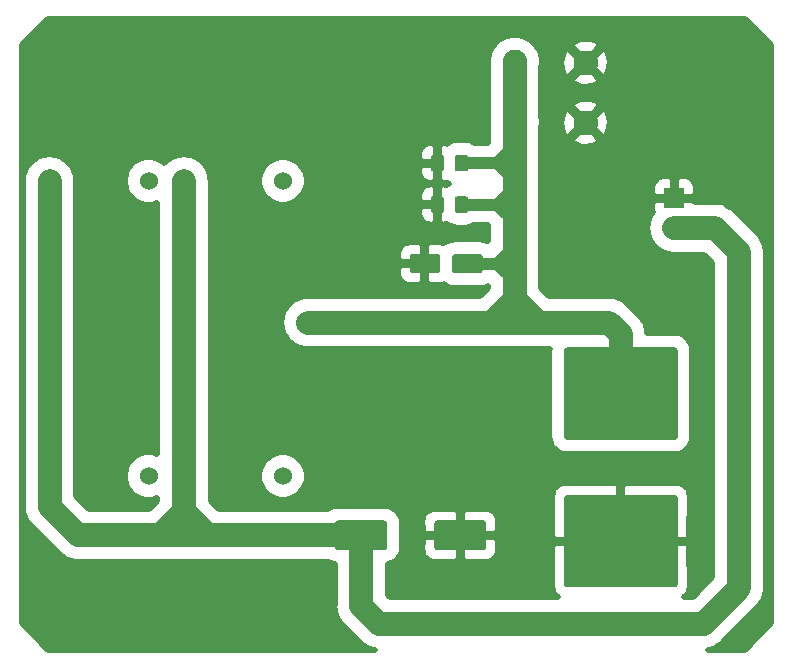
<source format=gbr>
G04 #@! TF.GenerationSoftware,KiCad,Pcbnew,(5.1.5)-3*
G04 #@! TF.CreationDate,2020-03-21T22:09:17-04:00*
G04 #@! TF.ProjectId,GP PSU Filter,47502050-5355-4204-9669-6c7465722e6b,rev?*
G04 #@! TF.SameCoordinates,Original*
G04 #@! TF.FileFunction,Copper,L1,Top*
G04 #@! TF.FilePolarity,Positive*
%FSLAX46Y46*%
G04 Gerber Fmt 4.6, Leading zero omitted, Abs format (unit mm)*
G04 Created by KiCad (PCBNEW (5.1.5)-3) date 2020-03-21 22:09:17*
%MOMM*%
%LPD*%
G04 APERTURE LIST*
%ADD10C,1.524000*%
%ADD11C,2.082800*%
%ADD12O,1.700000X1.700000*%
%ADD13R,1.700000X1.700000*%
%ADD14C,0.100000*%
%ADD15C,2.000000*%
%ADD16C,2.000000*%
%ADD17C,1.000000*%
%ADD18C,0.500000*%
G04 APERTURE END LIST*
D10*
X112000000Y-100000000D03*
X120382000Y-100000000D03*
X112000000Y-75000000D03*
X120382000Y-75000000D03*
X100618000Y-100000000D03*
X109000000Y-100000000D03*
X100618000Y-75000000D03*
X109000000Y-75000000D03*
D11*
X146000000Y-70080000D03*
X146000000Y-65000000D03*
X140000000Y-64920000D03*
X140000000Y-70000000D03*
D12*
X153500000Y-79000000D03*
D13*
X153500000Y-76460000D03*
G04 #@! TA.AperFunction,SMDPad,CuDef*
D14*
G36*
X153574507Y-101601204D02*
G01*
X153598775Y-101604804D01*
X153622573Y-101610765D01*
X153645673Y-101619030D01*
X153667851Y-101629519D01*
X153688894Y-101642132D01*
X153708599Y-101656747D01*
X153726778Y-101673222D01*
X153743253Y-101691401D01*
X153757868Y-101711106D01*
X153770481Y-101732149D01*
X153780970Y-101754327D01*
X153789235Y-101777427D01*
X153795196Y-101801225D01*
X153798796Y-101825493D01*
X153800000Y-101849997D01*
X153800000Y-109150003D01*
X153798796Y-109174507D01*
X153795196Y-109198775D01*
X153789235Y-109222573D01*
X153780970Y-109245673D01*
X153770481Y-109267851D01*
X153757868Y-109288894D01*
X153743253Y-109308599D01*
X153726778Y-109326778D01*
X153708599Y-109343253D01*
X153688894Y-109357868D01*
X153667851Y-109370481D01*
X153645673Y-109380970D01*
X153622573Y-109389235D01*
X153598775Y-109395196D01*
X153574507Y-109398796D01*
X153550003Y-109400000D01*
X144449997Y-109400000D01*
X144425493Y-109398796D01*
X144401225Y-109395196D01*
X144377427Y-109389235D01*
X144354327Y-109380970D01*
X144332149Y-109370481D01*
X144311106Y-109357868D01*
X144291401Y-109343253D01*
X144273222Y-109326778D01*
X144256747Y-109308599D01*
X144242132Y-109288894D01*
X144229519Y-109267851D01*
X144219030Y-109245673D01*
X144210765Y-109222573D01*
X144204804Y-109198775D01*
X144201204Y-109174507D01*
X144200000Y-109150003D01*
X144200000Y-101849997D01*
X144201204Y-101825493D01*
X144204804Y-101801225D01*
X144210765Y-101777427D01*
X144219030Y-101754327D01*
X144229519Y-101732149D01*
X144242132Y-101711106D01*
X144256747Y-101691401D01*
X144273222Y-101673222D01*
X144291401Y-101656747D01*
X144311106Y-101642132D01*
X144332149Y-101629519D01*
X144354327Y-101619030D01*
X144377427Y-101610765D01*
X144401225Y-101604804D01*
X144425493Y-101601204D01*
X144449997Y-101600000D01*
X153550003Y-101600000D01*
X153574507Y-101601204D01*
G37*
G04 #@! TD.AperFunction*
G04 #@! TA.AperFunction,SMDPad,CuDef*
G36*
X153574507Y-89101204D02*
G01*
X153598775Y-89104804D01*
X153622573Y-89110765D01*
X153645673Y-89119030D01*
X153667851Y-89129519D01*
X153688894Y-89142132D01*
X153708599Y-89156747D01*
X153726778Y-89173222D01*
X153743253Y-89191401D01*
X153757868Y-89211106D01*
X153770481Y-89232149D01*
X153780970Y-89254327D01*
X153789235Y-89277427D01*
X153795196Y-89301225D01*
X153798796Y-89325493D01*
X153800000Y-89349997D01*
X153800000Y-96650003D01*
X153798796Y-96674507D01*
X153795196Y-96698775D01*
X153789235Y-96722573D01*
X153780970Y-96745673D01*
X153770481Y-96767851D01*
X153757868Y-96788894D01*
X153743253Y-96808599D01*
X153726778Y-96826778D01*
X153708599Y-96843253D01*
X153688894Y-96857868D01*
X153667851Y-96870481D01*
X153645673Y-96880970D01*
X153622573Y-96889235D01*
X153598775Y-96895196D01*
X153574507Y-96898796D01*
X153550003Y-96900000D01*
X144449997Y-96900000D01*
X144425493Y-96898796D01*
X144401225Y-96895196D01*
X144377427Y-96889235D01*
X144354327Y-96880970D01*
X144332149Y-96870481D01*
X144311106Y-96857868D01*
X144291401Y-96843253D01*
X144273222Y-96826778D01*
X144256747Y-96808599D01*
X144242132Y-96788894D01*
X144229519Y-96767851D01*
X144219030Y-96745673D01*
X144210765Y-96722573D01*
X144204804Y-96698775D01*
X144201204Y-96674507D01*
X144200000Y-96650003D01*
X144200000Y-89349997D01*
X144201204Y-89325493D01*
X144204804Y-89301225D01*
X144210765Y-89277427D01*
X144219030Y-89254327D01*
X144229519Y-89232149D01*
X144242132Y-89211106D01*
X144256747Y-89191401D01*
X144273222Y-89173222D01*
X144291401Y-89156747D01*
X144311106Y-89142132D01*
X144332149Y-89129519D01*
X144354327Y-89119030D01*
X144377427Y-89110765D01*
X144401225Y-89104804D01*
X144425493Y-89101204D01*
X144449997Y-89100000D01*
X153550003Y-89100000D01*
X153574507Y-89101204D01*
G37*
G04 #@! TD.AperFunction*
G04 #@! TA.AperFunction,SMDPad,CuDef*
G36*
X133474504Y-81201204D02*
G01*
X133498773Y-81204804D01*
X133522571Y-81210765D01*
X133545671Y-81219030D01*
X133567849Y-81229520D01*
X133588893Y-81242133D01*
X133608598Y-81256747D01*
X133626777Y-81273223D01*
X133643253Y-81291402D01*
X133657867Y-81311107D01*
X133670480Y-81332151D01*
X133680970Y-81354329D01*
X133689235Y-81377429D01*
X133695196Y-81401227D01*
X133698796Y-81425496D01*
X133700000Y-81450000D01*
X133700000Y-82550000D01*
X133698796Y-82574504D01*
X133695196Y-82598773D01*
X133689235Y-82622571D01*
X133680970Y-82645671D01*
X133670480Y-82667849D01*
X133657867Y-82688893D01*
X133643253Y-82708598D01*
X133626777Y-82726777D01*
X133608598Y-82743253D01*
X133588893Y-82757867D01*
X133567849Y-82770480D01*
X133545671Y-82780970D01*
X133522571Y-82789235D01*
X133498773Y-82795196D01*
X133474504Y-82798796D01*
X133450000Y-82800000D01*
X131350000Y-82800000D01*
X131325496Y-82798796D01*
X131301227Y-82795196D01*
X131277429Y-82789235D01*
X131254329Y-82780970D01*
X131232151Y-82770480D01*
X131211107Y-82757867D01*
X131191402Y-82743253D01*
X131173223Y-82726777D01*
X131156747Y-82708598D01*
X131142133Y-82688893D01*
X131129520Y-82667849D01*
X131119030Y-82645671D01*
X131110765Y-82622571D01*
X131104804Y-82598773D01*
X131101204Y-82574504D01*
X131100000Y-82550000D01*
X131100000Y-81450000D01*
X131101204Y-81425496D01*
X131104804Y-81401227D01*
X131110765Y-81377429D01*
X131119030Y-81354329D01*
X131129520Y-81332151D01*
X131142133Y-81311107D01*
X131156747Y-81291402D01*
X131173223Y-81273223D01*
X131191402Y-81256747D01*
X131211107Y-81242133D01*
X131232151Y-81229520D01*
X131254329Y-81219030D01*
X131277429Y-81210765D01*
X131301227Y-81204804D01*
X131325496Y-81201204D01*
X131350000Y-81200000D01*
X133450000Y-81200000D01*
X133474504Y-81201204D01*
G37*
G04 #@! TD.AperFunction*
G04 #@! TA.AperFunction,SMDPad,CuDef*
G36*
X137074504Y-81201204D02*
G01*
X137098773Y-81204804D01*
X137122571Y-81210765D01*
X137145671Y-81219030D01*
X137167849Y-81229520D01*
X137188893Y-81242133D01*
X137208598Y-81256747D01*
X137226777Y-81273223D01*
X137243253Y-81291402D01*
X137257867Y-81311107D01*
X137270480Y-81332151D01*
X137280970Y-81354329D01*
X137289235Y-81377429D01*
X137295196Y-81401227D01*
X137298796Y-81425496D01*
X137300000Y-81450000D01*
X137300000Y-82550000D01*
X137298796Y-82574504D01*
X137295196Y-82598773D01*
X137289235Y-82622571D01*
X137280970Y-82645671D01*
X137270480Y-82667849D01*
X137257867Y-82688893D01*
X137243253Y-82708598D01*
X137226777Y-82726777D01*
X137208598Y-82743253D01*
X137188893Y-82757867D01*
X137167849Y-82770480D01*
X137145671Y-82780970D01*
X137122571Y-82789235D01*
X137098773Y-82795196D01*
X137074504Y-82798796D01*
X137050000Y-82800000D01*
X134950000Y-82800000D01*
X134925496Y-82798796D01*
X134901227Y-82795196D01*
X134877429Y-82789235D01*
X134854329Y-82780970D01*
X134832151Y-82770480D01*
X134811107Y-82757867D01*
X134791402Y-82743253D01*
X134773223Y-82726777D01*
X134756747Y-82708598D01*
X134742133Y-82688893D01*
X134729520Y-82667849D01*
X134719030Y-82645671D01*
X134710765Y-82622571D01*
X134704804Y-82598773D01*
X134701204Y-82574504D01*
X134700000Y-82550000D01*
X134700000Y-81450000D01*
X134701204Y-81425496D01*
X134704804Y-81401227D01*
X134710765Y-81377429D01*
X134719030Y-81354329D01*
X134729520Y-81332151D01*
X134742133Y-81311107D01*
X134756747Y-81291402D01*
X134773223Y-81273223D01*
X134791402Y-81256747D01*
X134811107Y-81242133D01*
X134832151Y-81229520D01*
X134854329Y-81219030D01*
X134877429Y-81210765D01*
X134901227Y-81204804D01*
X134925496Y-81201204D01*
X134950000Y-81200000D01*
X137050000Y-81200000D01*
X137074504Y-81201204D01*
G37*
G04 #@! TD.AperFunction*
G04 #@! TA.AperFunction,SMDPad,CuDef*
G36*
X133799505Y-72801204D02*
G01*
X133823773Y-72804804D01*
X133847572Y-72810765D01*
X133870671Y-72819030D01*
X133892850Y-72829520D01*
X133913893Y-72842132D01*
X133933599Y-72856747D01*
X133951777Y-72873223D01*
X133968253Y-72891401D01*
X133982868Y-72911107D01*
X133995480Y-72932150D01*
X134005970Y-72954329D01*
X134014235Y-72977428D01*
X134020196Y-73001227D01*
X134023796Y-73025495D01*
X134025000Y-73049999D01*
X134025000Y-73950001D01*
X134023796Y-73974505D01*
X134020196Y-73998773D01*
X134014235Y-74022572D01*
X134005970Y-74045671D01*
X133995480Y-74067850D01*
X133982868Y-74088893D01*
X133968253Y-74108599D01*
X133951777Y-74126777D01*
X133933599Y-74143253D01*
X133913893Y-74157868D01*
X133892850Y-74170480D01*
X133870671Y-74180970D01*
X133847572Y-74189235D01*
X133823773Y-74195196D01*
X133799505Y-74198796D01*
X133775001Y-74200000D01*
X133124999Y-74200000D01*
X133100495Y-74198796D01*
X133076227Y-74195196D01*
X133052428Y-74189235D01*
X133029329Y-74180970D01*
X133007150Y-74170480D01*
X132986107Y-74157868D01*
X132966401Y-74143253D01*
X132948223Y-74126777D01*
X132931747Y-74108599D01*
X132917132Y-74088893D01*
X132904520Y-74067850D01*
X132894030Y-74045671D01*
X132885765Y-74022572D01*
X132879804Y-73998773D01*
X132876204Y-73974505D01*
X132875000Y-73950001D01*
X132875000Y-73049999D01*
X132876204Y-73025495D01*
X132879804Y-73001227D01*
X132885765Y-72977428D01*
X132894030Y-72954329D01*
X132904520Y-72932150D01*
X132917132Y-72911107D01*
X132931747Y-72891401D01*
X132948223Y-72873223D01*
X132966401Y-72856747D01*
X132986107Y-72842132D01*
X133007150Y-72829520D01*
X133029329Y-72819030D01*
X133052428Y-72810765D01*
X133076227Y-72804804D01*
X133100495Y-72801204D01*
X133124999Y-72800000D01*
X133775001Y-72800000D01*
X133799505Y-72801204D01*
G37*
G04 #@! TD.AperFunction*
G04 #@! TA.AperFunction,SMDPad,CuDef*
G36*
X135849505Y-72801204D02*
G01*
X135873773Y-72804804D01*
X135897572Y-72810765D01*
X135920671Y-72819030D01*
X135942850Y-72829520D01*
X135963893Y-72842132D01*
X135983599Y-72856747D01*
X136001777Y-72873223D01*
X136018253Y-72891401D01*
X136032868Y-72911107D01*
X136045480Y-72932150D01*
X136055970Y-72954329D01*
X136064235Y-72977428D01*
X136070196Y-73001227D01*
X136073796Y-73025495D01*
X136075000Y-73049999D01*
X136075000Y-73950001D01*
X136073796Y-73974505D01*
X136070196Y-73998773D01*
X136064235Y-74022572D01*
X136055970Y-74045671D01*
X136045480Y-74067850D01*
X136032868Y-74088893D01*
X136018253Y-74108599D01*
X136001777Y-74126777D01*
X135983599Y-74143253D01*
X135963893Y-74157868D01*
X135942850Y-74170480D01*
X135920671Y-74180970D01*
X135897572Y-74189235D01*
X135873773Y-74195196D01*
X135849505Y-74198796D01*
X135825001Y-74200000D01*
X135174999Y-74200000D01*
X135150495Y-74198796D01*
X135126227Y-74195196D01*
X135102428Y-74189235D01*
X135079329Y-74180970D01*
X135057150Y-74170480D01*
X135036107Y-74157868D01*
X135016401Y-74143253D01*
X134998223Y-74126777D01*
X134981747Y-74108599D01*
X134967132Y-74088893D01*
X134954520Y-74067850D01*
X134944030Y-74045671D01*
X134935765Y-74022572D01*
X134929804Y-73998773D01*
X134926204Y-73974505D01*
X134925000Y-73950001D01*
X134925000Y-73049999D01*
X134926204Y-73025495D01*
X134929804Y-73001227D01*
X134935765Y-72977428D01*
X134944030Y-72954329D01*
X134954520Y-72932150D01*
X134967132Y-72911107D01*
X134981747Y-72891401D01*
X134998223Y-72873223D01*
X135016401Y-72856747D01*
X135036107Y-72842132D01*
X135057150Y-72829520D01*
X135079329Y-72819030D01*
X135102428Y-72810765D01*
X135126227Y-72804804D01*
X135150495Y-72801204D01*
X135174999Y-72800000D01*
X135825001Y-72800000D01*
X135849505Y-72801204D01*
G37*
G04 #@! TD.AperFunction*
G04 #@! TA.AperFunction,SMDPad,CuDef*
G36*
X133799505Y-76301204D02*
G01*
X133823773Y-76304804D01*
X133847572Y-76310765D01*
X133870671Y-76319030D01*
X133892850Y-76329520D01*
X133913893Y-76342132D01*
X133933599Y-76356747D01*
X133951777Y-76373223D01*
X133968253Y-76391401D01*
X133982868Y-76411107D01*
X133995480Y-76432150D01*
X134005970Y-76454329D01*
X134014235Y-76477428D01*
X134020196Y-76501227D01*
X134023796Y-76525495D01*
X134025000Y-76549999D01*
X134025000Y-77450001D01*
X134023796Y-77474505D01*
X134020196Y-77498773D01*
X134014235Y-77522572D01*
X134005970Y-77545671D01*
X133995480Y-77567850D01*
X133982868Y-77588893D01*
X133968253Y-77608599D01*
X133951777Y-77626777D01*
X133933599Y-77643253D01*
X133913893Y-77657868D01*
X133892850Y-77670480D01*
X133870671Y-77680970D01*
X133847572Y-77689235D01*
X133823773Y-77695196D01*
X133799505Y-77698796D01*
X133775001Y-77700000D01*
X133124999Y-77700000D01*
X133100495Y-77698796D01*
X133076227Y-77695196D01*
X133052428Y-77689235D01*
X133029329Y-77680970D01*
X133007150Y-77670480D01*
X132986107Y-77657868D01*
X132966401Y-77643253D01*
X132948223Y-77626777D01*
X132931747Y-77608599D01*
X132917132Y-77588893D01*
X132904520Y-77567850D01*
X132894030Y-77545671D01*
X132885765Y-77522572D01*
X132879804Y-77498773D01*
X132876204Y-77474505D01*
X132875000Y-77450001D01*
X132875000Y-76549999D01*
X132876204Y-76525495D01*
X132879804Y-76501227D01*
X132885765Y-76477428D01*
X132894030Y-76454329D01*
X132904520Y-76432150D01*
X132917132Y-76411107D01*
X132931747Y-76391401D01*
X132948223Y-76373223D01*
X132966401Y-76356747D01*
X132986107Y-76342132D01*
X133007150Y-76329520D01*
X133029329Y-76319030D01*
X133052428Y-76310765D01*
X133076227Y-76304804D01*
X133100495Y-76301204D01*
X133124999Y-76300000D01*
X133775001Y-76300000D01*
X133799505Y-76301204D01*
G37*
G04 #@! TD.AperFunction*
G04 #@! TA.AperFunction,SMDPad,CuDef*
G36*
X135849505Y-76301204D02*
G01*
X135873773Y-76304804D01*
X135897572Y-76310765D01*
X135920671Y-76319030D01*
X135942850Y-76329520D01*
X135963893Y-76342132D01*
X135983599Y-76356747D01*
X136001777Y-76373223D01*
X136018253Y-76391401D01*
X136032868Y-76411107D01*
X136045480Y-76432150D01*
X136055970Y-76454329D01*
X136064235Y-76477428D01*
X136070196Y-76501227D01*
X136073796Y-76525495D01*
X136075000Y-76549999D01*
X136075000Y-77450001D01*
X136073796Y-77474505D01*
X136070196Y-77498773D01*
X136064235Y-77522572D01*
X136055970Y-77545671D01*
X136045480Y-77567850D01*
X136032868Y-77588893D01*
X136018253Y-77608599D01*
X136001777Y-77626777D01*
X135983599Y-77643253D01*
X135963893Y-77657868D01*
X135942850Y-77670480D01*
X135920671Y-77680970D01*
X135897572Y-77689235D01*
X135873773Y-77695196D01*
X135849505Y-77698796D01*
X135825001Y-77700000D01*
X135174999Y-77700000D01*
X135150495Y-77698796D01*
X135126227Y-77695196D01*
X135102428Y-77689235D01*
X135079329Y-77680970D01*
X135057150Y-77670480D01*
X135036107Y-77657868D01*
X135016401Y-77643253D01*
X134998223Y-77626777D01*
X134981747Y-77608599D01*
X134967132Y-77588893D01*
X134954520Y-77567850D01*
X134944030Y-77545671D01*
X134935765Y-77522572D01*
X134929804Y-77498773D01*
X134926204Y-77474505D01*
X134925000Y-77450001D01*
X134925000Y-76549999D01*
X134926204Y-76525495D01*
X134929804Y-76501227D01*
X134935765Y-76477428D01*
X134944030Y-76454329D01*
X134954520Y-76432150D01*
X134967132Y-76411107D01*
X134981747Y-76391401D01*
X134998223Y-76373223D01*
X135016401Y-76356747D01*
X135036107Y-76342132D01*
X135057150Y-76329520D01*
X135079329Y-76319030D01*
X135102428Y-76310765D01*
X135126227Y-76304804D01*
X135150495Y-76301204D01*
X135174999Y-76300000D01*
X135825001Y-76300000D01*
X135849505Y-76301204D01*
G37*
G04 #@! TD.AperFunction*
G04 #@! TA.AperFunction,SMDPad,CuDef*
G36*
X137374504Y-103751204D02*
G01*
X137398773Y-103754804D01*
X137422571Y-103760765D01*
X137445671Y-103769030D01*
X137467849Y-103779520D01*
X137488893Y-103792133D01*
X137508598Y-103806747D01*
X137526777Y-103823223D01*
X137543253Y-103841402D01*
X137557867Y-103861107D01*
X137570480Y-103882151D01*
X137580970Y-103904329D01*
X137589235Y-103927429D01*
X137595196Y-103951227D01*
X137598796Y-103975496D01*
X137600000Y-104000000D01*
X137600000Y-106000000D01*
X137598796Y-106024504D01*
X137595196Y-106048773D01*
X137589235Y-106072571D01*
X137580970Y-106095671D01*
X137570480Y-106117849D01*
X137557867Y-106138893D01*
X137543253Y-106158598D01*
X137526777Y-106176777D01*
X137508598Y-106193253D01*
X137488893Y-106207867D01*
X137467849Y-106220480D01*
X137445671Y-106230970D01*
X137422571Y-106239235D01*
X137398773Y-106245196D01*
X137374504Y-106248796D01*
X137350000Y-106250000D01*
X133450000Y-106250000D01*
X133425496Y-106248796D01*
X133401227Y-106245196D01*
X133377429Y-106239235D01*
X133354329Y-106230970D01*
X133332151Y-106220480D01*
X133311107Y-106207867D01*
X133291402Y-106193253D01*
X133273223Y-106176777D01*
X133256747Y-106158598D01*
X133242133Y-106138893D01*
X133229520Y-106117849D01*
X133219030Y-106095671D01*
X133210765Y-106072571D01*
X133204804Y-106048773D01*
X133201204Y-106024504D01*
X133200000Y-106000000D01*
X133200000Y-104000000D01*
X133201204Y-103975496D01*
X133204804Y-103951227D01*
X133210765Y-103927429D01*
X133219030Y-103904329D01*
X133229520Y-103882151D01*
X133242133Y-103861107D01*
X133256747Y-103841402D01*
X133273223Y-103823223D01*
X133291402Y-103806747D01*
X133311107Y-103792133D01*
X133332151Y-103779520D01*
X133354329Y-103769030D01*
X133377429Y-103760765D01*
X133401227Y-103754804D01*
X133425496Y-103751204D01*
X133450000Y-103750000D01*
X137350000Y-103750000D01*
X137374504Y-103751204D01*
G37*
G04 #@! TD.AperFunction*
G04 #@! TA.AperFunction,SMDPad,CuDef*
G36*
X128974504Y-103751204D02*
G01*
X128998773Y-103754804D01*
X129022571Y-103760765D01*
X129045671Y-103769030D01*
X129067849Y-103779520D01*
X129088893Y-103792133D01*
X129108598Y-103806747D01*
X129126777Y-103823223D01*
X129143253Y-103841402D01*
X129157867Y-103861107D01*
X129170480Y-103882151D01*
X129180970Y-103904329D01*
X129189235Y-103927429D01*
X129195196Y-103951227D01*
X129198796Y-103975496D01*
X129200000Y-104000000D01*
X129200000Y-106000000D01*
X129198796Y-106024504D01*
X129195196Y-106048773D01*
X129189235Y-106072571D01*
X129180970Y-106095671D01*
X129170480Y-106117849D01*
X129157867Y-106138893D01*
X129143253Y-106158598D01*
X129126777Y-106176777D01*
X129108598Y-106193253D01*
X129088893Y-106207867D01*
X129067849Y-106220480D01*
X129045671Y-106230970D01*
X129022571Y-106239235D01*
X128998773Y-106245196D01*
X128974504Y-106248796D01*
X128950000Y-106250000D01*
X125050000Y-106250000D01*
X125025496Y-106248796D01*
X125001227Y-106245196D01*
X124977429Y-106239235D01*
X124954329Y-106230970D01*
X124932151Y-106220480D01*
X124911107Y-106207867D01*
X124891402Y-106193253D01*
X124873223Y-106176777D01*
X124856747Y-106158598D01*
X124842133Y-106138893D01*
X124829520Y-106117849D01*
X124819030Y-106095671D01*
X124810765Y-106072571D01*
X124804804Y-106048773D01*
X124801204Y-106024504D01*
X124800000Y-106000000D01*
X124800000Y-104000000D01*
X124801204Y-103975496D01*
X124804804Y-103951227D01*
X124810765Y-103927429D01*
X124819030Y-103904329D01*
X124829520Y-103882151D01*
X124842133Y-103861107D01*
X124856747Y-103841402D01*
X124873223Y-103823223D01*
X124891402Y-103806747D01*
X124911107Y-103792133D01*
X124932151Y-103779520D01*
X124954329Y-103769030D01*
X124977429Y-103760765D01*
X125001227Y-103754804D01*
X125025496Y-103751204D01*
X125050000Y-103750000D01*
X128950000Y-103750000D01*
X128974504Y-103751204D01*
G37*
G04 #@! TD.AperFunction*
D15*
X127000000Y-82000000D03*
X127000000Y-77000000D03*
X127000000Y-73500000D03*
X146000000Y-73500000D03*
X149000000Y-76500000D03*
X127000000Y-93000000D03*
X135500000Y-93000000D03*
X139000000Y-109500000D03*
X158500000Y-76500000D03*
X153500000Y-70000000D03*
X102500000Y-112500000D03*
X115000000Y-112500000D03*
X125000000Y-62500000D03*
X132500000Y-62500000D03*
X155000000Y-62500000D03*
X160000000Y-67500000D03*
X122500000Y-87000000D03*
D16*
X100618000Y-100000000D02*
X100618000Y-75000000D01*
X100618000Y-102618000D02*
X100618000Y-100000000D01*
X103000000Y-105000000D02*
X100618000Y-102618000D01*
X110000000Y-105000000D02*
X112000000Y-103000000D01*
X112000000Y-103000000D02*
X112000000Y-100000000D01*
X112000000Y-105000000D02*
X110000000Y-105000000D01*
X112000000Y-105000000D02*
X112000000Y-103000000D01*
X110000000Y-105000000D02*
X103000000Y-105000000D01*
X114000000Y-105000000D02*
X112000000Y-103000000D01*
X114000000Y-105000000D02*
X112000000Y-105000000D01*
X112000000Y-100000000D02*
X112000000Y-75000000D01*
X127000000Y-105000000D02*
X114000000Y-105000000D01*
X157000000Y-79000000D02*
X153500000Y-79000000D01*
X159000000Y-81000000D02*
X157000000Y-79000000D01*
X127000000Y-111000000D02*
X128500000Y-112500000D01*
X159000000Y-109500000D02*
X159000000Y-81000000D01*
X127000000Y-105000000D02*
X127000000Y-111000000D01*
X128500000Y-112500000D02*
X156000000Y-112500000D01*
X156000000Y-112500000D02*
X159000000Y-109500000D01*
X140000000Y-85000000D02*
X140000000Y-87000000D01*
X142000000Y-87000000D02*
X140000000Y-85000000D01*
X143000000Y-87000000D02*
X142000000Y-87000000D01*
X143000000Y-87000000D02*
X140000000Y-87000000D01*
X143000000Y-87000000D02*
X148000000Y-87000000D01*
X149000000Y-88000000D02*
X149000000Y-93000000D01*
X148000000Y-87000000D02*
X149000000Y-88000000D01*
X140000000Y-87000000D02*
X138000000Y-87000000D01*
X138000000Y-87000000D02*
X140000000Y-85000000D01*
X138000000Y-87000000D02*
X122500000Y-87000000D01*
D17*
X139500000Y-72500000D02*
X138500000Y-73500000D01*
X140000000Y-72500000D02*
X139500000Y-72500000D01*
D16*
X140000000Y-72500000D02*
X140000000Y-70000000D01*
D17*
X138500000Y-73500000D02*
X140000000Y-73500000D01*
D16*
X140000000Y-73500000D02*
X140000000Y-72500000D01*
D17*
X135500000Y-73500000D02*
X138500000Y-73500000D01*
X139500000Y-74500000D02*
X138500000Y-73500000D01*
X140000000Y-74500000D02*
X139500000Y-74500000D01*
D16*
X140000000Y-74500000D02*
X140000000Y-73500000D01*
D17*
X139500000Y-76000000D02*
X138500000Y-77000000D01*
X140000000Y-76000000D02*
X139500000Y-76000000D01*
D16*
X140000000Y-76000000D02*
X140000000Y-74500000D01*
D17*
X138500000Y-77000000D02*
X140000000Y-77000000D01*
D16*
X140000000Y-77000000D02*
X140000000Y-76000000D01*
D17*
X135500000Y-77000000D02*
X138500000Y-77000000D01*
X140000000Y-78500000D02*
X138500000Y-77000000D01*
D16*
X140000000Y-78500000D02*
X140000000Y-77000000D01*
X140000000Y-82000000D02*
X140000000Y-80500000D01*
X140000000Y-80500000D02*
X140000000Y-78500000D01*
X140000000Y-85000000D02*
X140000000Y-83500000D01*
X140000000Y-83500000D02*
X140000000Y-82000000D01*
X140000000Y-70000000D02*
X140000000Y-64920000D01*
D17*
X140000000Y-80500000D02*
X138500000Y-82000000D01*
X140000000Y-82000000D02*
X138500000Y-82000000D01*
X138500000Y-82000000D02*
X136000000Y-82000000D01*
X140000000Y-83500000D02*
X138500000Y-82000000D01*
D18*
G36*
X161725000Y-63528122D02*
G01*
X161725001Y-112471877D01*
X159471879Y-114725000D01*
X156364359Y-114725000D01*
X156441077Y-114717444D01*
X156865204Y-114588786D01*
X157256081Y-114379858D01*
X157598688Y-114098688D01*
X157669149Y-114012831D01*
X160512831Y-111169149D01*
X160598688Y-111098688D01*
X160879858Y-110756081D01*
X161088786Y-110365204D01*
X161217444Y-109941077D01*
X161250000Y-109610528D01*
X161250000Y-109610526D01*
X161260886Y-109500000D01*
X161250000Y-109389474D01*
X161250000Y-81110525D01*
X161260886Y-80999999D01*
X161249053Y-80879858D01*
X161217444Y-80558923D01*
X161088786Y-80134796D01*
X161048055Y-80058593D01*
X160879858Y-79743918D01*
X160669145Y-79487164D01*
X160669144Y-79487163D01*
X160598688Y-79401312D01*
X160512836Y-79330856D01*
X158669148Y-77487168D01*
X158598688Y-77401312D01*
X158256081Y-77120142D01*
X157865204Y-76911214D01*
X157441077Y-76782556D01*
X157110528Y-76750000D01*
X157110525Y-76750000D01*
X157000000Y-76739114D01*
X156889475Y-76750000D01*
X155265000Y-76750000D01*
X155100000Y-76585000D01*
X153625000Y-76585000D01*
X153625000Y-76605000D01*
X153375000Y-76605000D01*
X153375000Y-76585000D01*
X151900000Y-76585000D01*
X151650000Y-76835000D01*
X151645161Y-77310000D01*
X151664469Y-77506034D01*
X151705193Y-77640284D01*
X151620142Y-77743919D01*
X151411214Y-78134796D01*
X151282556Y-78558923D01*
X151239114Y-79000000D01*
X151282556Y-79441077D01*
X151411214Y-79865204D01*
X151620142Y-80256081D01*
X151901312Y-80598688D01*
X152243919Y-80879858D01*
X152634796Y-81088786D01*
X153058923Y-81217444D01*
X153389472Y-81250000D01*
X156068020Y-81250000D01*
X156750001Y-81931982D01*
X156750000Y-108568020D01*
X155068020Y-110250000D01*
X154331118Y-110250000D01*
X154358259Y-110235493D01*
X154510528Y-110110528D01*
X154635493Y-109958259D01*
X154728350Y-109784535D01*
X154785531Y-109596034D01*
X154804839Y-109400000D01*
X154800000Y-105875000D01*
X154550000Y-105625000D01*
X149125000Y-105625000D01*
X149125000Y-105645000D01*
X148875000Y-105645000D01*
X148875000Y-105625000D01*
X143450000Y-105625000D01*
X143200000Y-105875000D01*
X143195161Y-109400000D01*
X143214469Y-109596034D01*
X143271650Y-109784535D01*
X143364507Y-109958259D01*
X143489472Y-110110528D01*
X143641741Y-110235493D01*
X143668882Y-110250000D01*
X129431980Y-110250000D01*
X129250000Y-110068020D01*
X129250000Y-107475234D01*
X129526340Y-107391407D01*
X129786715Y-107252233D01*
X130014937Y-107064937D01*
X130202233Y-106836715D01*
X130341407Y-106576340D01*
X130427110Y-106293815D01*
X130431425Y-106250000D01*
X132195161Y-106250000D01*
X132214469Y-106446034D01*
X132271650Y-106634535D01*
X132364507Y-106808259D01*
X132489472Y-106960528D01*
X132641741Y-107085493D01*
X132815465Y-107178350D01*
X133003966Y-107235531D01*
X133200000Y-107254839D01*
X135025000Y-107250000D01*
X135275000Y-107000000D01*
X135275000Y-105125000D01*
X135525000Y-105125000D01*
X135525000Y-107000000D01*
X135775000Y-107250000D01*
X137600000Y-107254839D01*
X137796034Y-107235531D01*
X137984535Y-107178350D01*
X138158259Y-107085493D01*
X138310528Y-106960528D01*
X138435493Y-106808259D01*
X138528350Y-106634535D01*
X138585531Y-106446034D01*
X138604839Y-106250000D01*
X138600000Y-105375000D01*
X138350000Y-105125000D01*
X135525000Y-105125000D01*
X135275000Y-105125000D01*
X132450000Y-105125000D01*
X132200000Y-105375000D01*
X132195161Y-106250000D01*
X130431425Y-106250000D01*
X130456048Y-106000000D01*
X130456048Y-104000000D01*
X130431426Y-103750000D01*
X132195161Y-103750000D01*
X132200000Y-104625000D01*
X132450000Y-104875000D01*
X135275000Y-104875000D01*
X135275000Y-103000000D01*
X135525000Y-103000000D01*
X135525000Y-104875000D01*
X138350000Y-104875000D01*
X138600000Y-104625000D01*
X138604839Y-103750000D01*
X138585531Y-103553966D01*
X138528350Y-103365465D01*
X138435493Y-103191741D01*
X138310528Y-103039472D01*
X138158259Y-102914507D01*
X137984535Y-102821650D01*
X137796034Y-102764469D01*
X137600000Y-102745161D01*
X135775000Y-102750000D01*
X135525000Y-103000000D01*
X135275000Y-103000000D01*
X135025000Y-102750000D01*
X133200000Y-102745161D01*
X133003966Y-102764469D01*
X132815465Y-102821650D01*
X132641741Y-102914507D01*
X132489472Y-103039472D01*
X132364507Y-103191741D01*
X132271650Y-103365465D01*
X132214469Y-103553966D01*
X132195161Y-103750000D01*
X130431426Y-103750000D01*
X130427110Y-103706185D01*
X130341407Y-103423660D01*
X130202233Y-103163285D01*
X130014937Y-102935063D01*
X129786715Y-102747767D01*
X129526340Y-102608593D01*
X129243815Y-102522890D01*
X128950000Y-102493952D01*
X125050000Y-102493952D01*
X124756185Y-102522890D01*
X124473660Y-102608593D01*
X124213285Y-102747767D01*
X124210564Y-102750000D01*
X114931981Y-102750000D01*
X114250000Y-102068020D01*
X114250000Y-99801835D01*
X118370000Y-99801835D01*
X118370000Y-100198165D01*
X118447320Y-100586879D01*
X118598989Y-100953039D01*
X118819178Y-101282575D01*
X119099425Y-101562822D01*
X119428961Y-101783011D01*
X119795121Y-101934680D01*
X120183835Y-102012000D01*
X120580165Y-102012000D01*
X120968879Y-101934680D01*
X121335039Y-101783011D01*
X121608934Y-101600000D01*
X143195161Y-101600000D01*
X143200000Y-105125000D01*
X143450000Y-105375000D01*
X148875000Y-105375000D01*
X148875000Y-100850000D01*
X149125000Y-100850000D01*
X149125000Y-105375000D01*
X154550000Y-105375000D01*
X154800000Y-105125000D01*
X154804839Y-101600000D01*
X154785531Y-101403966D01*
X154728350Y-101215465D01*
X154635493Y-101041741D01*
X154510528Y-100889472D01*
X154358259Y-100764507D01*
X154184535Y-100671650D01*
X153996034Y-100614469D01*
X153800000Y-100595161D01*
X149375000Y-100600000D01*
X149125000Y-100850000D01*
X148875000Y-100850000D01*
X148625000Y-100600000D01*
X144200000Y-100595161D01*
X144003966Y-100614469D01*
X143815465Y-100671650D01*
X143641741Y-100764507D01*
X143489472Y-100889472D01*
X143364507Y-101041741D01*
X143271650Y-101215465D01*
X143214469Y-101403966D01*
X143195161Y-101600000D01*
X121608934Y-101600000D01*
X121664575Y-101562822D01*
X121944822Y-101282575D01*
X122165011Y-100953039D01*
X122316680Y-100586879D01*
X122394000Y-100198165D01*
X122394000Y-99801835D01*
X122316680Y-99413121D01*
X122165011Y-99046961D01*
X121944822Y-98717425D01*
X121664575Y-98437178D01*
X121335039Y-98216989D01*
X120968879Y-98065320D01*
X120580165Y-97988000D01*
X120183835Y-97988000D01*
X119795121Y-98065320D01*
X119428961Y-98216989D01*
X119099425Y-98437178D01*
X118819178Y-98717425D01*
X118598989Y-99046961D01*
X118447320Y-99413121D01*
X118370000Y-99801835D01*
X114250000Y-99801835D01*
X114250000Y-87000000D01*
X120239114Y-87000000D01*
X120250000Y-87110528D01*
X120250000Y-87221606D01*
X120271670Y-87330549D01*
X120282556Y-87441077D01*
X120314796Y-87547356D01*
X120336466Y-87656301D01*
X120378975Y-87758926D01*
X120411214Y-87865204D01*
X120463567Y-87963150D01*
X120506076Y-88065775D01*
X120567788Y-88158134D01*
X120620142Y-88256081D01*
X120690598Y-88341932D01*
X120752311Y-88434292D01*
X120830854Y-88512835D01*
X120901312Y-88598688D01*
X120987163Y-88669144D01*
X121065708Y-88747689D01*
X121158068Y-88809402D01*
X121243919Y-88879858D01*
X121341866Y-88932212D01*
X121434225Y-88993924D01*
X121536850Y-89036433D01*
X121634796Y-89088786D01*
X121741074Y-89121025D01*
X121843699Y-89163534D01*
X121952644Y-89185204D01*
X122058923Y-89217444D01*
X122169451Y-89228330D01*
X122278394Y-89250000D01*
X137889475Y-89250000D01*
X138000000Y-89260886D01*
X138110525Y-89250000D01*
X139889472Y-89250000D01*
X140000000Y-89260886D01*
X140110528Y-89250000D01*
X141889473Y-89250000D01*
X141999999Y-89260886D01*
X142110525Y-89250000D01*
X142953801Y-89250000D01*
X142943952Y-89349997D01*
X142943952Y-96650003D01*
X142972890Y-96943818D01*
X143058593Y-97226341D01*
X143197766Y-97486717D01*
X143385062Y-97714938D01*
X143613283Y-97902234D01*
X143873659Y-98041407D01*
X144156182Y-98127110D01*
X144449997Y-98156048D01*
X153550003Y-98156048D01*
X153843818Y-98127110D01*
X154126341Y-98041407D01*
X154386717Y-97902234D01*
X154614938Y-97714938D01*
X154802234Y-97486717D01*
X154941407Y-97226341D01*
X155027110Y-96943818D01*
X155056048Y-96650003D01*
X155056048Y-89349997D01*
X155027110Y-89056182D01*
X154941407Y-88773659D01*
X154802234Y-88513283D01*
X154614938Y-88285062D01*
X154386717Y-88097766D01*
X154126341Y-87958593D01*
X153843818Y-87872890D01*
X153550003Y-87843952D01*
X151245517Y-87843952D01*
X151217444Y-87558923D01*
X151127035Y-87260886D01*
X151088786Y-87134796D01*
X150879858Y-86743919D01*
X150598688Y-86401312D01*
X150512826Y-86330847D01*
X149669149Y-85487169D01*
X149598688Y-85401312D01*
X149256081Y-85120142D01*
X148865204Y-84911214D01*
X148441077Y-84782556D01*
X148110528Y-84750000D01*
X148110525Y-84750000D01*
X148000000Y-84739114D01*
X147889475Y-84750000D01*
X142931981Y-84750000D01*
X142250000Y-84068020D01*
X142250000Y-75610000D01*
X151645161Y-75610000D01*
X151650000Y-76085000D01*
X151900000Y-76335000D01*
X153375000Y-76335000D01*
X153375000Y-74860000D01*
X153625000Y-74860000D01*
X153625000Y-76335000D01*
X155100000Y-76335000D01*
X155350000Y-76085000D01*
X155354839Y-75610000D01*
X155335531Y-75413966D01*
X155278350Y-75225465D01*
X155185493Y-75051741D01*
X155060528Y-74899472D01*
X154908259Y-74774507D01*
X154734535Y-74681650D01*
X154546034Y-74624469D01*
X154350000Y-74605161D01*
X153875000Y-74610000D01*
X153625000Y-74860000D01*
X153375000Y-74860000D01*
X153125000Y-74610000D01*
X152650000Y-74605161D01*
X152453966Y-74624469D01*
X152265465Y-74681650D01*
X152091741Y-74774507D01*
X151939472Y-74899472D01*
X151814507Y-75051741D01*
X151721650Y-75225465D01*
X151664469Y-75413966D01*
X151645161Y-75610000D01*
X142250000Y-75610000D01*
X142250000Y-71439013D01*
X144817763Y-71439013D01*
X144897657Y-71809907D01*
X145256327Y-71991723D01*
X145643575Y-72100073D01*
X146044520Y-72130793D01*
X146443755Y-72082702D01*
X146825936Y-71957649D01*
X147102343Y-71809907D01*
X147182237Y-71439013D01*
X146000000Y-70256777D01*
X144817763Y-71439013D01*
X142250000Y-71439013D01*
X142250000Y-70433816D01*
X142291400Y-70225683D01*
X142291400Y-70124520D01*
X143949207Y-70124520D01*
X143997298Y-70523755D01*
X144122351Y-70905936D01*
X144270093Y-71182343D01*
X144640987Y-71262237D01*
X145823223Y-70080000D01*
X146176777Y-70080000D01*
X147359013Y-71262237D01*
X147729907Y-71182343D01*
X147911723Y-70823673D01*
X148020073Y-70436425D01*
X148050793Y-70035480D01*
X148002702Y-69636245D01*
X147877649Y-69254064D01*
X147729907Y-68977657D01*
X147359013Y-68897763D01*
X146176777Y-70080000D01*
X145823223Y-70080000D01*
X144640987Y-68897763D01*
X144270093Y-68977657D01*
X144088277Y-69336327D01*
X143979927Y-69723575D01*
X143949207Y-70124520D01*
X142291400Y-70124520D01*
X142291400Y-69774317D01*
X142250000Y-69566184D01*
X142250000Y-68720987D01*
X144817763Y-68720987D01*
X146000000Y-69903223D01*
X147182237Y-68720987D01*
X147102343Y-68350093D01*
X146743673Y-68168277D01*
X146356425Y-68059927D01*
X145955480Y-68029207D01*
X145556245Y-68077298D01*
X145174064Y-68202351D01*
X144897657Y-68350093D01*
X144817763Y-68720987D01*
X142250000Y-68720987D01*
X142250000Y-66359013D01*
X144817763Y-66359013D01*
X144897657Y-66729907D01*
X145256327Y-66911723D01*
X145643575Y-67020073D01*
X146044520Y-67050793D01*
X146443755Y-67002702D01*
X146825936Y-66877649D01*
X147102343Y-66729907D01*
X147182237Y-66359013D01*
X146000000Y-65176777D01*
X144817763Y-66359013D01*
X142250000Y-66359013D01*
X142250000Y-65353816D01*
X142291400Y-65145683D01*
X142291400Y-65044520D01*
X143949207Y-65044520D01*
X143997298Y-65443755D01*
X144122351Y-65825936D01*
X144270093Y-66102343D01*
X144640987Y-66182237D01*
X145823223Y-65000000D01*
X146176777Y-65000000D01*
X147359013Y-66182237D01*
X147729907Y-66102343D01*
X147911723Y-65743673D01*
X148020073Y-65356425D01*
X148050793Y-64955480D01*
X148002702Y-64556245D01*
X147877649Y-64174064D01*
X147729907Y-63897657D01*
X147359013Y-63817763D01*
X146176777Y-65000000D01*
X145823223Y-65000000D01*
X144640987Y-63817763D01*
X144270093Y-63897657D01*
X144088277Y-64256327D01*
X143979927Y-64643575D01*
X143949207Y-65044520D01*
X142291400Y-65044520D01*
X142291400Y-64694317D01*
X142203343Y-64251623D01*
X142030612Y-63834615D01*
X141901235Y-63640987D01*
X144817763Y-63640987D01*
X146000000Y-64823223D01*
X147182237Y-63640987D01*
X147102343Y-63270093D01*
X146743673Y-63088277D01*
X146356425Y-62979927D01*
X145955480Y-62949207D01*
X145556245Y-62997298D01*
X145174064Y-63122351D01*
X144897657Y-63270093D01*
X144817763Y-63640987D01*
X141901235Y-63640987D01*
X141779847Y-63459318D01*
X141460682Y-63140153D01*
X141085385Y-62889388D01*
X140668377Y-62716657D01*
X140225683Y-62628600D01*
X139774317Y-62628600D01*
X139331623Y-62716657D01*
X138914615Y-62889388D01*
X138539318Y-63140153D01*
X138220153Y-63459318D01*
X137969388Y-63834615D01*
X137796657Y-64251623D01*
X137708600Y-64694317D01*
X137708600Y-65145683D01*
X137750001Y-65353820D01*
X137750000Y-69566184D01*
X137708600Y-69774317D01*
X137708600Y-70225683D01*
X137750000Y-70433816D01*
X137750000Y-71750000D01*
X136572350Y-71750000D01*
X136401340Y-71658593D01*
X136118816Y-71572890D01*
X135825001Y-71543952D01*
X135174999Y-71543952D01*
X134881184Y-71572890D01*
X134598660Y-71658593D01*
X134338284Y-71797767D01*
X134291782Y-71835930D01*
X134221034Y-71814469D01*
X134025000Y-71795161D01*
X133825000Y-71800000D01*
X133575000Y-72050000D01*
X133575000Y-73375000D01*
X133595000Y-73375000D01*
X133595000Y-73625000D01*
X133575000Y-73625000D01*
X133575000Y-74950000D01*
X133825000Y-75200000D01*
X134025000Y-75204839D01*
X134221034Y-75185531D01*
X134291782Y-75164070D01*
X134338284Y-75202233D01*
X134427650Y-75250000D01*
X134338284Y-75297767D01*
X134291782Y-75335930D01*
X134221034Y-75314469D01*
X134025000Y-75295161D01*
X133825000Y-75300000D01*
X133575000Y-75550000D01*
X133575000Y-76875000D01*
X133595000Y-76875000D01*
X133595000Y-77125000D01*
X133575000Y-77125000D01*
X133575000Y-78450000D01*
X133825000Y-78700000D01*
X134025000Y-78704839D01*
X134221034Y-78685531D01*
X134291782Y-78664070D01*
X134338284Y-78702233D01*
X134598660Y-78841407D01*
X134881184Y-78927110D01*
X135174999Y-78956048D01*
X135825001Y-78956048D01*
X136118816Y-78927110D01*
X136401340Y-78841407D01*
X136572350Y-78750000D01*
X137750000Y-78750000D01*
X137750000Y-80124691D01*
X137626340Y-80058593D01*
X137343815Y-79972890D01*
X137050000Y-79943952D01*
X134950000Y-79943952D01*
X134656185Y-79972890D01*
X134373660Y-80058593D01*
X134113285Y-80197767D01*
X134039795Y-80258078D01*
X133896034Y-80214469D01*
X133700000Y-80195161D01*
X132775000Y-80200000D01*
X132525000Y-80450000D01*
X132525000Y-81875000D01*
X132545000Y-81875000D01*
X132545000Y-82125000D01*
X132525000Y-82125000D01*
X132525000Y-83550000D01*
X132775000Y-83800000D01*
X133700000Y-83804839D01*
X133896034Y-83785531D01*
X134039795Y-83741922D01*
X134113285Y-83802233D01*
X134373660Y-83941407D01*
X134656185Y-84027110D01*
X134950000Y-84056048D01*
X137050000Y-84056048D01*
X137343815Y-84027110D01*
X137626340Y-83941407D01*
X137750000Y-83875309D01*
X137750000Y-84068019D01*
X137068020Y-84750000D01*
X122278394Y-84750000D01*
X122169451Y-84771670D01*
X122058923Y-84782556D01*
X121952644Y-84814796D01*
X121843699Y-84836466D01*
X121741074Y-84878975D01*
X121634796Y-84911214D01*
X121536850Y-84963567D01*
X121434225Y-85006076D01*
X121341866Y-85067788D01*
X121243919Y-85120142D01*
X121158068Y-85190598D01*
X121065708Y-85252311D01*
X120987164Y-85330855D01*
X120901312Y-85401312D01*
X120830856Y-85487163D01*
X120752311Y-85565708D01*
X120690598Y-85658068D01*
X120620142Y-85743919D01*
X120567788Y-85841866D01*
X120506076Y-85934225D01*
X120463567Y-86036850D01*
X120411214Y-86134796D01*
X120378975Y-86241074D01*
X120336466Y-86343699D01*
X120314796Y-86452644D01*
X120282556Y-86558923D01*
X120271670Y-86669451D01*
X120250000Y-86778394D01*
X120250000Y-86889472D01*
X120239114Y-87000000D01*
X114250000Y-87000000D01*
X114250000Y-82800000D01*
X130095161Y-82800000D01*
X130114469Y-82996034D01*
X130171650Y-83184535D01*
X130264507Y-83358259D01*
X130389472Y-83510528D01*
X130541741Y-83635493D01*
X130715465Y-83728350D01*
X130903966Y-83785531D01*
X131100000Y-83804839D01*
X132025000Y-83800000D01*
X132275000Y-83550000D01*
X132275000Y-82125000D01*
X130350000Y-82125000D01*
X130100000Y-82375000D01*
X130095161Y-82800000D01*
X114250000Y-82800000D01*
X114250000Y-81200000D01*
X130095161Y-81200000D01*
X130100000Y-81625000D01*
X130350000Y-81875000D01*
X132275000Y-81875000D01*
X132275000Y-80450000D01*
X132025000Y-80200000D01*
X131100000Y-80195161D01*
X130903966Y-80214469D01*
X130715465Y-80271650D01*
X130541741Y-80364507D01*
X130389472Y-80489472D01*
X130264507Y-80641741D01*
X130171650Y-80815465D01*
X130114469Y-81003966D01*
X130095161Y-81200000D01*
X114250000Y-81200000D01*
X114250000Y-77700000D01*
X131870161Y-77700000D01*
X131889469Y-77896034D01*
X131946650Y-78084535D01*
X132039507Y-78258259D01*
X132164472Y-78410528D01*
X132316741Y-78535493D01*
X132490465Y-78628350D01*
X132678966Y-78685531D01*
X132875000Y-78704839D01*
X133075000Y-78700000D01*
X133325000Y-78450000D01*
X133325000Y-77125000D01*
X132125000Y-77125000D01*
X131875000Y-77375000D01*
X131870161Y-77700000D01*
X114250000Y-77700000D01*
X114250000Y-74889472D01*
X114241369Y-74801835D01*
X118370000Y-74801835D01*
X118370000Y-75198165D01*
X118447320Y-75586879D01*
X118598989Y-75953039D01*
X118819178Y-76282575D01*
X119099425Y-76562822D01*
X119428961Y-76783011D01*
X119795121Y-76934680D01*
X120183835Y-77012000D01*
X120580165Y-77012000D01*
X120968879Y-76934680D01*
X121335039Y-76783011D01*
X121664575Y-76562822D01*
X121927397Y-76300000D01*
X131870161Y-76300000D01*
X131875000Y-76625000D01*
X132125000Y-76875000D01*
X133325000Y-76875000D01*
X133325000Y-75550000D01*
X133075000Y-75300000D01*
X132875000Y-75295161D01*
X132678966Y-75314469D01*
X132490465Y-75371650D01*
X132316741Y-75464507D01*
X132164472Y-75589472D01*
X132039507Y-75741741D01*
X131946650Y-75915465D01*
X131889469Y-76103966D01*
X131870161Y-76300000D01*
X121927397Y-76300000D01*
X121944822Y-76282575D01*
X122165011Y-75953039D01*
X122316680Y-75586879D01*
X122394000Y-75198165D01*
X122394000Y-74801835D01*
X122316680Y-74413121D01*
X122228403Y-74200000D01*
X131870161Y-74200000D01*
X131889469Y-74396034D01*
X131946650Y-74584535D01*
X132039507Y-74758259D01*
X132164472Y-74910528D01*
X132316741Y-75035493D01*
X132490465Y-75128350D01*
X132678966Y-75185531D01*
X132875000Y-75204839D01*
X133075000Y-75200000D01*
X133325000Y-74950000D01*
X133325000Y-73625000D01*
X132125000Y-73625000D01*
X131875000Y-73875000D01*
X131870161Y-74200000D01*
X122228403Y-74200000D01*
X122165011Y-74046961D01*
X121944822Y-73717425D01*
X121664575Y-73437178D01*
X121335039Y-73216989D01*
X120968879Y-73065320D01*
X120580165Y-72988000D01*
X120183835Y-72988000D01*
X119795121Y-73065320D01*
X119428961Y-73216989D01*
X119099425Y-73437178D01*
X118819178Y-73717425D01*
X118598989Y-74046961D01*
X118447320Y-74413121D01*
X118370000Y-74801835D01*
X114241369Y-74801835D01*
X114217444Y-74558923D01*
X114088786Y-74134796D01*
X113879858Y-73743919D01*
X113598688Y-73401312D01*
X113256081Y-73120142D01*
X112865204Y-72911214D01*
X112498582Y-72800000D01*
X131870161Y-72800000D01*
X131875000Y-73125000D01*
X132125000Y-73375000D01*
X133325000Y-73375000D01*
X133325000Y-72050000D01*
X133075000Y-71800000D01*
X132875000Y-71795161D01*
X132678966Y-71814469D01*
X132490465Y-71871650D01*
X132316741Y-71964507D01*
X132164472Y-72089472D01*
X132039507Y-72241741D01*
X131946650Y-72415465D01*
X131889469Y-72603966D01*
X131870161Y-72800000D01*
X112498582Y-72800000D01*
X112441077Y-72782556D01*
X112000000Y-72739114D01*
X111558924Y-72782556D01*
X111134797Y-72911214D01*
X110743920Y-73120142D01*
X110401313Y-73401312D01*
X110331625Y-73486228D01*
X110282575Y-73437178D01*
X109953039Y-73216989D01*
X109586879Y-73065320D01*
X109198165Y-72988000D01*
X108801835Y-72988000D01*
X108413121Y-73065320D01*
X108046961Y-73216989D01*
X107717425Y-73437178D01*
X107437178Y-73717425D01*
X107216989Y-74046961D01*
X107065320Y-74413121D01*
X106988000Y-74801835D01*
X106988000Y-75198165D01*
X107065320Y-75586879D01*
X107216989Y-75953039D01*
X107437178Y-76282575D01*
X107717425Y-76562822D01*
X108046961Y-76783011D01*
X108413121Y-76934680D01*
X108801835Y-77012000D01*
X109198165Y-77012000D01*
X109586879Y-76934680D01*
X109750001Y-76867112D01*
X109750000Y-98132887D01*
X109586879Y-98065320D01*
X109198165Y-97988000D01*
X108801835Y-97988000D01*
X108413121Y-98065320D01*
X108046961Y-98216989D01*
X107717425Y-98437178D01*
X107437178Y-98717425D01*
X107216989Y-99046961D01*
X107065320Y-99413121D01*
X106988000Y-99801835D01*
X106988000Y-100198165D01*
X107065320Y-100586879D01*
X107216989Y-100953039D01*
X107437178Y-101282575D01*
X107717425Y-101562822D01*
X108046961Y-101783011D01*
X108413121Y-101934680D01*
X108801835Y-102012000D01*
X109198165Y-102012000D01*
X109586879Y-101934680D01*
X109750000Y-101867113D01*
X109750000Y-102068019D01*
X109068020Y-102750000D01*
X103931980Y-102750000D01*
X102868000Y-101686020D01*
X102868000Y-74889472D01*
X102835444Y-74558923D01*
X102706786Y-74134796D01*
X102497858Y-73743919D01*
X102216688Y-73401312D01*
X101874081Y-73120142D01*
X101483204Y-72911214D01*
X101059077Y-72782556D01*
X100618000Y-72739114D01*
X100176924Y-72782556D01*
X99752797Y-72911214D01*
X99361920Y-73120142D01*
X99019313Y-73401312D01*
X98738143Y-73743919D01*
X98529215Y-74134796D01*
X98400557Y-74558923D01*
X98368001Y-74889472D01*
X98368000Y-99889472D01*
X98368000Y-102507475D01*
X98357114Y-102618000D01*
X98368000Y-102728525D01*
X98368000Y-102728527D01*
X98400556Y-103059076D01*
X98529214Y-103483203D01*
X98738142Y-103874081D01*
X99019312Y-104216688D01*
X99105169Y-104287149D01*
X101330851Y-106512831D01*
X101401312Y-106598688D01*
X101743919Y-106879858D01*
X102134796Y-107088786D01*
X102558923Y-107217444D01*
X102889472Y-107250000D01*
X102889474Y-107250000D01*
X103000000Y-107260886D01*
X103110526Y-107250000D01*
X109889475Y-107250000D01*
X110000000Y-107260886D01*
X110110525Y-107250000D01*
X111889472Y-107250000D01*
X112000000Y-107260886D01*
X112110528Y-107250000D01*
X113889473Y-107250000D01*
X113999999Y-107260886D01*
X114110525Y-107250000D01*
X124210564Y-107250000D01*
X124213285Y-107252233D01*
X124473660Y-107391407D01*
X124750000Y-107475234D01*
X124750001Y-110889465D01*
X124739114Y-111000000D01*
X124782557Y-111441076D01*
X124911214Y-111865203D01*
X125120142Y-112256081D01*
X125320321Y-112499999D01*
X125401313Y-112598688D01*
X125487164Y-112669144D01*
X126830851Y-114012831D01*
X126901312Y-114098688D01*
X127243919Y-114379858D01*
X127634796Y-114588786D01*
X128058923Y-114717444D01*
X128135641Y-114725000D01*
X100528122Y-114725000D01*
X98275000Y-112471879D01*
X98275000Y-63528121D01*
X100528122Y-61275000D01*
X159471879Y-61275000D01*
X161725000Y-63528122D01*
G37*
X161725000Y-63528122D02*
X161725001Y-112471877D01*
X159471879Y-114725000D01*
X156364359Y-114725000D01*
X156441077Y-114717444D01*
X156865204Y-114588786D01*
X157256081Y-114379858D01*
X157598688Y-114098688D01*
X157669149Y-114012831D01*
X160512831Y-111169149D01*
X160598688Y-111098688D01*
X160879858Y-110756081D01*
X161088786Y-110365204D01*
X161217444Y-109941077D01*
X161250000Y-109610528D01*
X161250000Y-109610526D01*
X161260886Y-109500000D01*
X161250000Y-109389474D01*
X161250000Y-81110525D01*
X161260886Y-80999999D01*
X161249053Y-80879858D01*
X161217444Y-80558923D01*
X161088786Y-80134796D01*
X161048055Y-80058593D01*
X160879858Y-79743918D01*
X160669145Y-79487164D01*
X160669144Y-79487163D01*
X160598688Y-79401312D01*
X160512836Y-79330856D01*
X158669148Y-77487168D01*
X158598688Y-77401312D01*
X158256081Y-77120142D01*
X157865204Y-76911214D01*
X157441077Y-76782556D01*
X157110528Y-76750000D01*
X157110525Y-76750000D01*
X157000000Y-76739114D01*
X156889475Y-76750000D01*
X155265000Y-76750000D01*
X155100000Y-76585000D01*
X153625000Y-76585000D01*
X153625000Y-76605000D01*
X153375000Y-76605000D01*
X153375000Y-76585000D01*
X151900000Y-76585000D01*
X151650000Y-76835000D01*
X151645161Y-77310000D01*
X151664469Y-77506034D01*
X151705193Y-77640284D01*
X151620142Y-77743919D01*
X151411214Y-78134796D01*
X151282556Y-78558923D01*
X151239114Y-79000000D01*
X151282556Y-79441077D01*
X151411214Y-79865204D01*
X151620142Y-80256081D01*
X151901312Y-80598688D01*
X152243919Y-80879858D01*
X152634796Y-81088786D01*
X153058923Y-81217444D01*
X153389472Y-81250000D01*
X156068020Y-81250000D01*
X156750001Y-81931982D01*
X156750000Y-108568020D01*
X155068020Y-110250000D01*
X154331118Y-110250000D01*
X154358259Y-110235493D01*
X154510528Y-110110528D01*
X154635493Y-109958259D01*
X154728350Y-109784535D01*
X154785531Y-109596034D01*
X154804839Y-109400000D01*
X154800000Y-105875000D01*
X154550000Y-105625000D01*
X149125000Y-105625000D01*
X149125000Y-105645000D01*
X148875000Y-105645000D01*
X148875000Y-105625000D01*
X143450000Y-105625000D01*
X143200000Y-105875000D01*
X143195161Y-109400000D01*
X143214469Y-109596034D01*
X143271650Y-109784535D01*
X143364507Y-109958259D01*
X143489472Y-110110528D01*
X143641741Y-110235493D01*
X143668882Y-110250000D01*
X129431980Y-110250000D01*
X129250000Y-110068020D01*
X129250000Y-107475234D01*
X129526340Y-107391407D01*
X129786715Y-107252233D01*
X130014937Y-107064937D01*
X130202233Y-106836715D01*
X130341407Y-106576340D01*
X130427110Y-106293815D01*
X130431425Y-106250000D01*
X132195161Y-106250000D01*
X132214469Y-106446034D01*
X132271650Y-106634535D01*
X132364507Y-106808259D01*
X132489472Y-106960528D01*
X132641741Y-107085493D01*
X132815465Y-107178350D01*
X133003966Y-107235531D01*
X133200000Y-107254839D01*
X135025000Y-107250000D01*
X135275000Y-107000000D01*
X135275000Y-105125000D01*
X135525000Y-105125000D01*
X135525000Y-107000000D01*
X135775000Y-107250000D01*
X137600000Y-107254839D01*
X137796034Y-107235531D01*
X137984535Y-107178350D01*
X138158259Y-107085493D01*
X138310528Y-106960528D01*
X138435493Y-106808259D01*
X138528350Y-106634535D01*
X138585531Y-106446034D01*
X138604839Y-106250000D01*
X138600000Y-105375000D01*
X138350000Y-105125000D01*
X135525000Y-105125000D01*
X135275000Y-105125000D01*
X132450000Y-105125000D01*
X132200000Y-105375000D01*
X132195161Y-106250000D01*
X130431425Y-106250000D01*
X130456048Y-106000000D01*
X130456048Y-104000000D01*
X130431426Y-103750000D01*
X132195161Y-103750000D01*
X132200000Y-104625000D01*
X132450000Y-104875000D01*
X135275000Y-104875000D01*
X135275000Y-103000000D01*
X135525000Y-103000000D01*
X135525000Y-104875000D01*
X138350000Y-104875000D01*
X138600000Y-104625000D01*
X138604839Y-103750000D01*
X138585531Y-103553966D01*
X138528350Y-103365465D01*
X138435493Y-103191741D01*
X138310528Y-103039472D01*
X138158259Y-102914507D01*
X137984535Y-102821650D01*
X137796034Y-102764469D01*
X137600000Y-102745161D01*
X135775000Y-102750000D01*
X135525000Y-103000000D01*
X135275000Y-103000000D01*
X135025000Y-102750000D01*
X133200000Y-102745161D01*
X133003966Y-102764469D01*
X132815465Y-102821650D01*
X132641741Y-102914507D01*
X132489472Y-103039472D01*
X132364507Y-103191741D01*
X132271650Y-103365465D01*
X132214469Y-103553966D01*
X132195161Y-103750000D01*
X130431426Y-103750000D01*
X130427110Y-103706185D01*
X130341407Y-103423660D01*
X130202233Y-103163285D01*
X130014937Y-102935063D01*
X129786715Y-102747767D01*
X129526340Y-102608593D01*
X129243815Y-102522890D01*
X128950000Y-102493952D01*
X125050000Y-102493952D01*
X124756185Y-102522890D01*
X124473660Y-102608593D01*
X124213285Y-102747767D01*
X124210564Y-102750000D01*
X114931981Y-102750000D01*
X114250000Y-102068020D01*
X114250000Y-99801835D01*
X118370000Y-99801835D01*
X118370000Y-100198165D01*
X118447320Y-100586879D01*
X118598989Y-100953039D01*
X118819178Y-101282575D01*
X119099425Y-101562822D01*
X119428961Y-101783011D01*
X119795121Y-101934680D01*
X120183835Y-102012000D01*
X120580165Y-102012000D01*
X120968879Y-101934680D01*
X121335039Y-101783011D01*
X121608934Y-101600000D01*
X143195161Y-101600000D01*
X143200000Y-105125000D01*
X143450000Y-105375000D01*
X148875000Y-105375000D01*
X148875000Y-100850000D01*
X149125000Y-100850000D01*
X149125000Y-105375000D01*
X154550000Y-105375000D01*
X154800000Y-105125000D01*
X154804839Y-101600000D01*
X154785531Y-101403966D01*
X154728350Y-101215465D01*
X154635493Y-101041741D01*
X154510528Y-100889472D01*
X154358259Y-100764507D01*
X154184535Y-100671650D01*
X153996034Y-100614469D01*
X153800000Y-100595161D01*
X149375000Y-100600000D01*
X149125000Y-100850000D01*
X148875000Y-100850000D01*
X148625000Y-100600000D01*
X144200000Y-100595161D01*
X144003966Y-100614469D01*
X143815465Y-100671650D01*
X143641741Y-100764507D01*
X143489472Y-100889472D01*
X143364507Y-101041741D01*
X143271650Y-101215465D01*
X143214469Y-101403966D01*
X143195161Y-101600000D01*
X121608934Y-101600000D01*
X121664575Y-101562822D01*
X121944822Y-101282575D01*
X122165011Y-100953039D01*
X122316680Y-100586879D01*
X122394000Y-100198165D01*
X122394000Y-99801835D01*
X122316680Y-99413121D01*
X122165011Y-99046961D01*
X121944822Y-98717425D01*
X121664575Y-98437178D01*
X121335039Y-98216989D01*
X120968879Y-98065320D01*
X120580165Y-97988000D01*
X120183835Y-97988000D01*
X119795121Y-98065320D01*
X119428961Y-98216989D01*
X119099425Y-98437178D01*
X118819178Y-98717425D01*
X118598989Y-99046961D01*
X118447320Y-99413121D01*
X118370000Y-99801835D01*
X114250000Y-99801835D01*
X114250000Y-87000000D01*
X120239114Y-87000000D01*
X120250000Y-87110528D01*
X120250000Y-87221606D01*
X120271670Y-87330549D01*
X120282556Y-87441077D01*
X120314796Y-87547356D01*
X120336466Y-87656301D01*
X120378975Y-87758926D01*
X120411214Y-87865204D01*
X120463567Y-87963150D01*
X120506076Y-88065775D01*
X120567788Y-88158134D01*
X120620142Y-88256081D01*
X120690598Y-88341932D01*
X120752311Y-88434292D01*
X120830854Y-88512835D01*
X120901312Y-88598688D01*
X120987163Y-88669144D01*
X121065708Y-88747689D01*
X121158068Y-88809402D01*
X121243919Y-88879858D01*
X121341866Y-88932212D01*
X121434225Y-88993924D01*
X121536850Y-89036433D01*
X121634796Y-89088786D01*
X121741074Y-89121025D01*
X121843699Y-89163534D01*
X121952644Y-89185204D01*
X122058923Y-89217444D01*
X122169451Y-89228330D01*
X122278394Y-89250000D01*
X137889475Y-89250000D01*
X138000000Y-89260886D01*
X138110525Y-89250000D01*
X139889472Y-89250000D01*
X140000000Y-89260886D01*
X140110528Y-89250000D01*
X141889473Y-89250000D01*
X141999999Y-89260886D01*
X142110525Y-89250000D01*
X142953801Y-89250000D01*
X142943952Y-89349997D01*
X142943952Y-96650003D01*
X142972890Y-96943818D01*
X143058593Y-97226341D01*
X143197766Y-97486717D01*
X143385062Y-97714938D01*
X143613283Y-97902234D01*
X143873659Y-98041407D01*
X144156182Y-98127110D01*
X144449997Y-98156048D01*
X153550003Y-98156048D01*
X153843818Y-98127110D01*
X154126341Y-98041407D01*
X154386717Y-97902234D01*
X154614938Y-97714938D01*
X154802234Y-97486717D01*
X154941407Y-97226341D01*
X155027110Y-96943818D01*
X155056048Y-96650003D01*
X155056048Y-89349997D01*
X155027110Y-89056182D01*
X154941407Y-88773659D01*
X154802234Y-88513283D01*
X154614938Y-88285062D01*
X154386717Y-88097766D01*
X154126341Y-87958593D01*
X153843818Y-87872890D01*
X153550003Y-87843952D01*
X151245517Y-87843952D01*
X151217444Y-87558923D01*
X151127035Y-87260886D01*
X151088786Y-87134796D01*
X150879858Y-86743919D01*
X150598688Y-86401312D01*
X150512826Y-86330847D01*
X149669149Y-85487169D01*
X149598688Y-85401312D01*
X149256081Y-85120142D01*
X148865204Y-84911214D01*
X148441077Y-84782556D01*
X148110528Y-84750000D01*
X148110525Y-84750000D01*
X148000000Y-84739114D01*
X147889475Y-84750000D01*
X142931981Y-84750000D01*
X142250000Y-84068020D01*
X142250000Y-75610000D01*
X151645161Y-75610000D01*
X151650000Y-76085000D01*
X151900000Y-76335000D01*
X153375000Y-76335000D01*
X153375000Y-74860000D01*
X153625000Y-74860000D01*
X153625000Y-76335000D01*
X155100000Y-76335000D01*
X155350000Y-76085000D01*
X155354839Y-75610000D01*
X155335531Y-75413966D01*
X155278350Y-75225465D01*
X155185493Y-75051741D01*
X155060528Y-74899472D01*
X154908259Y-74774507D01*
X154734535Y-74681650D01*
X154546034Y-74624469D01*
X154350000Y-74605161D01*
X153875000Y-74610000D01*
X153625000Y-74860000D01*
X153375000Y-74860000D01*
X153125000Y-74610000D01*
X152650000Y-74605161D01*
X152453966Y-74624469D01*
X152265465Y-74681650D01*
X152091741Y-74774507D01*
X151939472Y-74899472D01*
X151814507Y-75051741D01*
X151721650Y-75225465D01*
X151664469Y-75413966D01*
X151645161Y-75610000D01*
X142250000Y-75610000D01*
X142250000Y-71439013D01*
X144817763Y-71439013D01*
X144897657Y-71809907D01*
X145256327Y-71991723D01*
X145643575Y-72100073D01*
X146044520Y-72130793D01*
X146443755Y-72082702D01*
X146825936Y-71957649D01*
X147102343Y-71809907D01*
X147182237Y-71439013D01*
X146000000Y-70256777D01*
X144817763Y-71439013D01*
X142250000Y-71439013D01*
X142250000Y-70433816D01*
X142291400Y-70225683D01*
X142291400Y-70124520D01*
X143949207Y-70124520D01*
X143997298Y-70523755D01*
X144122351Y-70905936D01*
X144270093Y-71182343D01*
X144640987Y-71262237D01*
X145823223Y-70080000D01*
X146176777Y-70080000D01*
X147359013Y-71262237D01*
X147729907Y-71182343D01*
X147911723Y-70823673D01*
X148020073Y-70436425D01*
X148050793Y-70035480D01*
X148002702Y-69636245D01*
X147877649Y-69254064D01*
X147729907Y-68977657D01*
X147359013Y-68897763D01*
X146176777Y-70080000D01*
X145823223Y-70080000D01*
X144640987Y-68897763D01*
X144270093Y-68977657D01*
X144088277Y-69336327D01*
X143979927Y-69723575D01*
X143949207Y-70124520D01*
X142291400Y-70124520D01*
X142291400Y-69774317D01*
X142250000Y-69566184D01*
X142250000Y-68720987D01*
X144817763Y-68720987D01*
X146000000Y-69903223D01*
X147182237Y-68720987D01*
X147102343Y-68350093D01*
X146743673Y-68168277D01*
X146356425Y-68059927D01*
X145955480Y-68029207D01*
X145556245Y-68077298D01*
X145174064Y-68202351D01*
X144897657Y-68350093D01*
X144817763Y-68720987D01*
X142250000Y-68720987D01*
X142250000Y-66359013D01*
X144817763Y-66359013D01*
X144897657Y-66729907D01*
X145256327Y-66911723D01*
X145643575Y-67020073D01*
X146044520Y-67050793D01*
X146443755Y-67002702D01*
X146825936Y-66877649D01*
X147102343Y-66729907D01*
X147182237Y-66359013D01*
X146000000Y-65176777D01*
X144817763Y-66359013D01*
X142250000Y-66359013D01*
X142250000Y-65353816D01*
X142291400Y-65145683D01*
X142291400Y-65044520D01*
X143949207Y-65044520D01*
X143997298Y-65443755D01*
X144122351Y-65825936D01*
X144270093Y-66102343D01*
X144640987Y-66182237D01*
X145823223Y-65000000D01*
X146176777Y-65000000D01*
X147359013Y-66182237D01*
X147729907Y-66102343D01*
X147911723Y-65743673D01*
X148020073Y-65356425D01*
X148050793Y-64955480D01*
X148002702Y-64556245D01*
X147877649Y-64174064D01*
X147729907Y-63897657D01*
X147359013Y-63817763D01*
X146176777Y-65000000D01*
X145823223Y-65000000D01*
X144640987Y-63817763D01*
X144270093Y-63897657D01*
X144088277Y-64256327D01*
X143979927Y-64643575D01*
X143949207Y-65044520D01*
X142291400Y-65044520D01*
X142291400Y-64694317D01*
X142203343Y-64251623D01*
X142030612Y-63834615D01*
X141901235Y-63640987D01*
X144817763Y-63640987D01*
X146000000Y-64823223D01*
X147182237Y-63640987D01*
X147102343Y-63270093D01*
X146743673Y-63088277D01*
X146356425Y-62979927D01*
X145955480Y-62949207D01*
X145556245Y-62997298D01*
X145174064Y-63122351D01*
X144897657Y-63270093D01*
X144817763Y-63640987D01*
X141901235Y-63640987D01*
X141779847Y-63459318D01*
X141460682Y-63140153D01*
X141085385Y-62889388D01*
X140668377Y-62716657D01*
X140225683Y-62628600D01*
X139774317Y-62628600D01*
X139331623Y-62716657D01*
X138914615Y-62889388D01*
X138539318Y-63140153D01*
X138220153Y-63459318D01*
X137969388Y-63834615D01*
X137796657Y-64251623D01*
X137708600Y-64694317D01*
X137708600Y-65145683D01*
X137750001Y-65353820D01*
X137750000Y-69566184D01*
X137708600Y-69774317D01*
X137708600Y-70225683D01*
X137750000Y-70433816D01*
X137750000Y-71750000D01*
X136572350Y-71750000D01*
X136401340Y-71658593D01*
X136118816Y-71572890D01*
X135825001Y-71543952D01*
X135174999Y-71543952D01*
X134881184Y-71572890D01*
X134598660Y-71658593D01*
X134338284Y-71797767D01*
X134291782Y-71835930D01*
X134221034Y-71814469D01*
X134025000Y-71795161D01*
X133825000Y-71800000D01*
X133575000Y-72050000D01*
X133575000Y-73375000D01*
X133595000Y-73375000D01*
X133595000Y-73625000D01*
X133575000Y-73625000D01*
X133575000Y-74950000D01*
X133825000Y-75200000D01*
X134025000Y-75204839D01*
X134221034Y-75185531D01*
X134291782Y-75164070D01*
X134338284Y-75202233D01*
X134427650Y-75250000D01*
X134338284Y-75297767D01*
X134291782Y-75335930D01*
X134221034Y-75314469D01*
X134025000Y-75295161D01*
X133825000Y-75300000D01*
X133575000Y-75550000D01*
X133575000Y-76875000D01*
X133595000Y-76875000D01*
X133595000Y-77125000D01*
X133575000Y-77125000D01*
X133575000Y-78450000D01*
X133825000Y-78700000D01*
X134025000Y-78704839D01*
X134221034Y-78685531D01*
X134291782Y-78664070D01*
X134338284Y-78702233D01*
X134598660Y-78841407D01*
X134881184Y-78927110D01*
X135174999Y-78956048D01*
X135825001Y-78956048D01*
X136118816Y-78927110D01*
X136401340Y-78841407D01*
X136572350Y-78750000D01*
X137750000Y-78750000D01*
X137750000Y-80124691D01*
X137626340Y-80058593D01*
X137343815Y-79972890D01*
X137050000Y-79943952D01*
X134950000Y-79943952D01*
X134656185Y-79972890D01*
X134373660Y-80058593D01*
X134113285Y-80197767D01*
X134039795Y-80258078D01*
X133896034Y-80214469D01*
X133700000Y-80195161D01*
X132775000Y-80200000D01*
X132525000Y-80450000D01*
X132525000Y-81875000D01*
X132545000Y-81875000D01*
X132545000Y-82125000D01*
X132525000Y-82125000D01*
X132525000Y-83550000D01*
X132775000Y-83800000D01*
X133700000Y-83804839D01*
X133896034Y-83785531D01*
X134039795Y-83741922D01*
X134113285Y-83802233D01*
X134373660Y-83941407D01*
X134656185Y-84027110D01*
X134950000Y-84056048D01*
X137050000Y-84056048D01*
X137343815Y-84027110D01*
X137626340Y-83941407D01*
X137750000Y-83875309D01*
X137750000Y-84068019D01*
X137068020Y-84750000D01*
X122278394Y-84750000D01*
X122169451Y-84771670D01*
X122058923Y-84782556D01*
X121952644Y-84814796D01*
X121843699Y-84836466D01*
X121741074Y-84878975D01*
X121634796Y-84911214D01*
X121536850Y-84963567D01*
X121434225Y-85006076D01*
X121341866Y-85067788D01*
X121243919Y-85120142D01*
X121158068Y-85190598D01*
X121065708Y-85252311D01*
X120987164Y-85330855D01*
X120901312Y-85401312D01*
X120830856Y-85487163D01*
X120752311Y-85565708D01*
X120690598Y-85658068D01*
X120620142Y-85743919D01*
X120567788Y-85841866D01*
X120506076Y-85934225D01*
X120463567Y-86036850D01*
X120411214Y-86134796D01*
X120378975Y-86241074D01*
X120336466Y-86343699D01*
X120314796Y-86452644D01*
X120282556Y-86558923D01*
X120271670Y-86669451D01*
X120250000Y-86778394D01*
X120250000Y-86889472D01*
X120239114Y-87000000D01*
X114250000Y-87000000D01*
X114250000Y-82800000D01*
X130095161Y-82800000D01*
X130114469Y-82996034D01*
X130171650Y-83184535D01*
X130264507Y-83358259D01*
X130389472Y-83510528D01*
X130541741Y-83635493D01*
X130715465Y-83728350D01*
X130903966Y-83785531D01*
X131100000Y-83804839D01*
X132025000Y-83800000D01*
X132275000Y-83550000D01*
X132275000Y-82125000D01*
X130350000Y-82125000D01*
X130100000Y-82375000D01*
X130095161Y-82800000D01*
X114250000Y-82800000D01*
X114250000Y-81200000D01*
X130095161Y-81200000D01*
X130100000Y-81625000D01*
X130350000Y-81875000D01*
X132275000Y-81875000D01*
X132275000Y-80450000D01*
X132025000Y-80200000D01*
X131100000Y-80195161D01*
X130903966Y-80214469D01*
X130715465Y-80271650D01*
X130541741Y-80364507D01*
X130389472Y-80489472D01*
X130264507Y-80641741D01*
X130171650Y-80815465D01*
X130114469Y-81003966D01*
X130095161Y-81200000D01*
X114250000Y-81200000D01*
X114250000Y-77700000D01*
X131870161Y-77700000D01*
X131889469Y-77896034D01*
X131946650Y-78084535D01*
X132039507Y-78258259D01*
X132164472Y-78410528D01*
X132316741Y-78535493D01*
X132490465Y-78628350D01*
X132678966Y-78685531D01*
X132875000Y-78704839D01*
X133075000Y-78700000D01*
X133325000Y-78450000D01*
X133325000Y-77125000D01*
X132125000Y-77125000D01*
X131875000Y-77375000D01*
X131870161Y-77700000D01*
X114250000Y-77700000D01*
X114250000Y-74889472D01*
X114241369Y-74801835D01*
X118370000Y-74801835D01*
X118370000Y-75198165D01*
X118447320Y-75586879D01*
X118598989Y-75953039D01*
X118819178Y-76282575D01*
X119099425Y-76562822D01*
X119428961Y-76783011D01*
X119795121Y-76934680D01*
X120183835Y-77012000D01*
X120580165Y-77012000D01*
X120968879Y-76934680D01*
X121335039Y-76783011D01*
X121664575Y-76562822D01*
X121927397Y-76300000D01*
X131870161Y-76300000D01*
X131875000Y-76625000D01*
X132125000Y-76875000D01*
X133325000Y-76875000D01*
X133325000Y-75550000D01*
X133075000Y-75300000D01*
X132875000Y-75295161D01*
X132678966Y-75314469D01*
X132490465Y-75371650D01*
X132316741Y-75464507D01*
X132164472Y-75589472D01*
X132039507Y-75741741D01*
X131946650Y-75915465D01*
X131889469Y-76103966D01*
X131870161Y-76300000D01*
X121927397Y-76300000D01*
X121944822Y-76282575D01*
X122165011Y-75953039D01*
X122316680Y-75586879D01*
X122394000Y-75198165D01*
X122394000Y-74801835D01*
X122316680Y-74413121D01*
X122228403Y-74200000D01*
X131870161Y-74200000D01*
X131889469Y-74396034D01*
X131946650Y-74584535D01*
X132039507Y-74758259D01*
X132164472Y-74910528D01*
X132316741Y-75035493D01*
X132490465Y-75128350D01*
X132678966Y-75185531D01*
X132875000Y-75204839D01*
X133075000Y-75200000D01*
X133325000Y-74950000D01*
X133325000Y-73625000D01*
X132125000Y-73625000D01*
X131875000Y-73875000D01*
X131870161Y-74200000D01*
X122228403Y-74200000D01*
X122165011Y-74046961D01*
X121944822Y-73717425D01*
X121664575Y-73437178D01*
X121335039Y-73216989D01*
X120968879Y-73065320D01*
X120580165Y-72988000D01*
X120183835Y-72988000D01*
X119795121Y-73065320D01*
X119428961Y-73216989D01*
X119099425Y-73437178D01*
X118819178Y-73717425D01*
X118598989Y-74046961D01*
X118447320Y-74413121D01*
X118370000Y-74801835D01*
X114241369Y-74801835D01*
X114217444Y-74558923D01*
X114088786Y-74134796D01*
X113879858Y-73743919D01*
X113598688Y-73401312D01*
X113256081Y-73120142D01*
X112865204Y-72911214D01*
X112498582Y-72800000D01*
X131870161Y-72800000D01*
X131875000Y-73125000D01*
X132125000Y-73375000D01*
X133325000Y-73375000D01*
X133325000Y-72050000D01*
X133075000Y-71800000D01*
X132875000Y-71795161D01*
X132678966Y-71814469D01*
X132490465Y-71871650D01*
X132316741Y-71964507D01*
X132164472Y-72089472D01*
X132039507Y-72241741D01*
X131946650Y-72415465D01*
X131889469Y-72603966D01*
X131870161Y-72800000D01*
X112498582Y-72800000D01*
X112441077Y-72782556D01*
X112000000Y-72739114D01*
X111558924Y-72782556D01*
X111134797Y-72911214D01*
X110743920Y-73120142D01*
X110401313Y-73401312D01*
X110331625Y-73486228D01*
X110282575Y-73437178D01*
X109953039Y-73216989D01*
X109586879Y-73065320D01*
X109198165Y-72988000D01*
X108801835Y-72988000D01*
X108413121Y-73065320D01*
X108046961Y-73216989D01*
X107717425Y-73437178D01*
X107437178Y-73717425D01*
X107216989Y-74046961D01*
X107065320Y-74413121D01*
X106988000Y-74801835D01*
X106988000Y-75198165D01*
X107065320Y-75586879D01*
X107216989Y-75953039D01*
X107437178Y-76282575D01*
X107717425Y-76562822D01*
X108046961Y-76783011D01*
X108413121Y-76934680D01*
X108801835Y-77012000D01*
X109198165Y-77012000D01*
X109586879Y-76934680D01*
X109750001Y-76867112D01*
X109750000Y-98132887D01*
X109586879Y-98065320D01*
X109198165Y-97988000D01*
X108801835Y-97988000D01*
X108413121Y-98065320D01*
X108046961Y-98216989D01*
X107717425Y-98437178D01*
X107437178Y-98717425D01*
X107216989Y-99046961D01*
X107065320Y-99413121D01*
X106988000Y-99801835D01*
X106988000Y-100198165D01*
X107065320Y-100586879D01*
X107216989Y-100953039D01*
X107437178Y-101282575D01*
X107717425Y-101562822D01*
X108046961Y-101783011D01*
X108413121Y-101934680D01*
X108801835Y-102012000D01*
X109198165Y-102012000D01*
X109586879Y-101934680D01*
X109750000Y-101867113D01*
X109750000Y-102068019D01*
X109068020Y-102750000D01*
X103931980Y-102750000D01*
X102868000Y-101686020D01*
X102868000Y-74889472D01*
X102835444Y-74558923D01*
X102706786Y-74134796D01*
X102497858Y-73743919D01*
X102216688Y-73401312D01*
X101874081Y-73120142D01*
X101483204Y-72911214D01*
X101059077Y-72782556D01*
X100618000Y-72739114D01*
X100176924Y-72782556D01*
X99752797Y-72911214D01*
X99361920Y-73120142D01*
X99019313Y-73401312D01*
X98738143Y-73743919D01*
X98529215Y-74134796D01*
X98400557Y-74558923D01*
X98368001Y-74889472D01*
X98368000Y-99889472D01*
X98368000Y-102507475D01*
X98357114Y-102618000D01*
X98368000Y-102728525D01*
X98368000Y-102728527D01*
X98400556Y-103059076D01*
X98529214Y-103483203D01*
X98738142Y-103874081D01*
X99019312Y-104216688D01*
X99105169Y-104287149D01*
X101330851Y-106512831D01*
X101401312Y-106598688D01*
X101743919Y-106879858D01*
X102134796Y-107088786D01*
X102558923Y-107217444D01*
X102889472Y-107250000D01*
X102889474Y-107250000D01*
X103000000Y-107260886D01*
X103110526Y-107250000D01*
X109889475Y-107250000D01*
X110000000Y-107260886D01*
X110110525Y-107250000D01*
X111889472Y-107250000D01*
X112000000Y-107260886D01*
X112110528Y-107250000D01*
X113889473Y-107250000D01*
X113999999Y-107260886D01*
X114110525Y-107250000D01*
X124210564Y-107250000D01*
X124213285Y-107252233D01*
X124473660Y-107391407D01*
X124750000Y-107475234D01*
X124750001Y-110889465D01*
X124739114Y-111000000D01*
X124782557Y-111441076D01*
X124911214Y-111865203D01*
X125120142Y-112256081D01*
X125320321Y-112499999D01*
X125401313Y-112598688D01*
X125487164Y-112669144D01*
X126830851Y-114012831D01*
X126901312Y-114098688D01*
X127243919Y-114379858D01*
X127634796Y-114588786D01*
X128058923Y-114717444D01*
X128135641Y-114725000D01*
X100528122Y-114725000D01*
X98275000Y-112471879D01*
X98275000Y-63528121D01*
X100528122Y-61275000D01*
X159471879Y-61275000D01*
X161725000Y-63528122D01*
M02*

</source>
